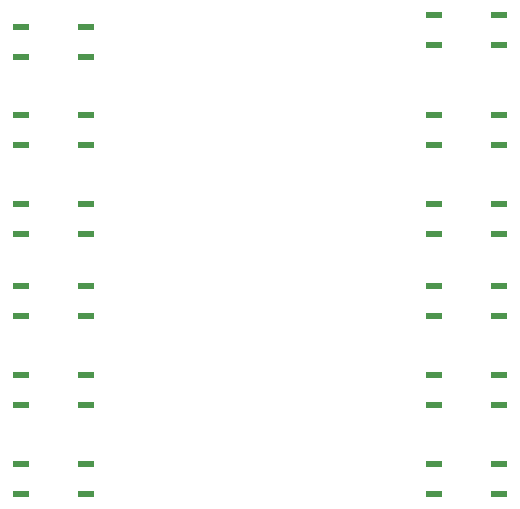
<source format=gbr>
G04 #@! TF.FileFunction,Paste,Top*
%FSLAX46Y46*%
G04 Gerber Fmt 4.6, Leading zero omitted, Abs format (unit mm)*
G04 Created by KiCad (PCBNEW 4.0.2-stable) date 30/01/2018 13:09:08*
%MOMM*%
G01*
G04 APERTURE LIST*
%ADD10C,0.100000*%
%ADD11R,1.450000X0.550000*%
G04 APERTURE END LIST*
D10*
D11*
X104250000Y-68730000D03*
X104250000Y-71270000D03*
X109750000Y-71270000D03*
X109750000Y-68730000D03*
X104250000Y-61230000D03*
X104250000Y-63770000D03*
X109750000Y-63770000D03*
X109750000Y-61230000D03*
X104250000Y-53730000D03*
X104250000Y-56270000D03*
X109750000Y-56270000D03*
X109750000Y-53730000D03*
X139250000Y-68730000D03*
X139250000Y-71270000D03*
X144750000Y-71270000D03*
X144750000Y-68730000D03*
X139250000Y-61230000D03*
X139250000Y-63770000D03*
X144750000Y-63770000D03*
X144750000Y-61230000D03*
X139250000Y-52730000D03*
X139250000Y-55270000D03*
X144750000Y-55270000D03*
X144750000Y-52730000D03*
X139250000Y-75730000D03*
X139250000Y-78270000D03*
X144750000Y-78270000D03*
X144750000Y-75730000D03*
X139250000Y-90730000D03*
X139250000Y-93270000D03*
X144750000Y-93270000D03*
X144750000Y-90730000D03*
X139250000Y-83230000D03*
X139250000Y-85770000D03*
X144750000Y-85770000D03*
X144750000Y-83230000D03*
X104250000Y-83230000D03*
X104250000Y-85770000D03*
X109750000Y-85770000D03*
X109750000Y-83230000D03*
X104250000Y-75730000D03*
X104250000Y-78270000D03*
X109750000Y-78270000D03*
X109750000Y-75730000D03*
X104250000Y-90730000D03*
X104250000Y-93270000D03*
X109750000Y-93270000D03*
X109750000Y-90730000D03*
M02*

</source>
